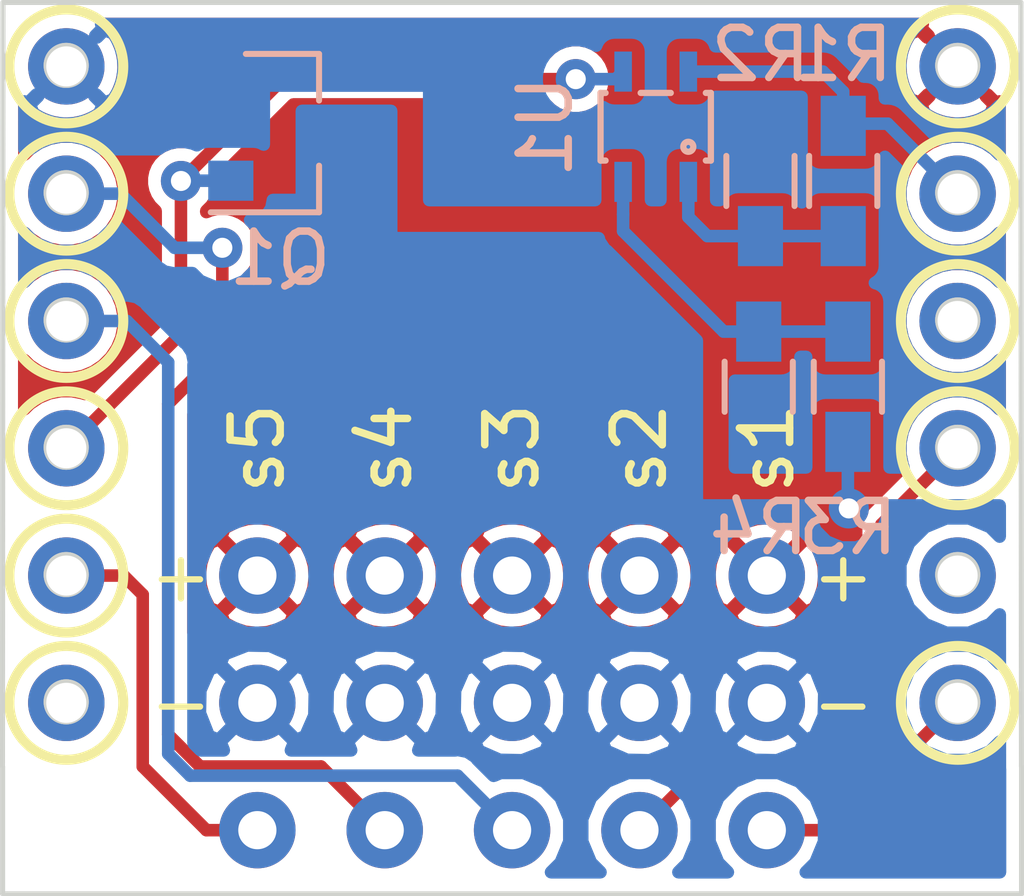
<source format=kicad_pcb>
(kicad_pcb (version 20171130) (host pcbnew "(5.0-dev-4158-ga83669ab1)")

  (general
    (thickness 1.6)
    (drawings 18)
    (tracks 60)
    (zones 0)
    (modules 12)
    (nets 16)
  )

  (page A4)
  (layers
    (0 F.Cu signal)
    (31 B.Cu signal)
    (32 B.Adhes user hide)
    (33 F.Adhes user)
    (34 B.Paste user hide)
    (35 F.Paste user)
    (36 B.SilkS user hide)
    (37 F.SilkS user)
    (38 B.Mask user hide)
    (39 F.Mask user)
    (40 Dwgs.User user)
    (41 Cmts.User user)
    (42 Eco1.User user)
    (43 Eco2.User user)
    (44 Edge.Cuts user)
    (45 Margin user)
    (46 B.CrtYd user hide)
    (47 F.CrtYd user)
    (48 B.Fab user hide)
    (49 F.Fab user hide)
  )

  (setup
    (last_trace_width 0.25)
    (trace_clearance 0.2)
    (zone_clearance 0.254)
    (zone_45_only yes)
    (trace_min 0.2)
    (segment_width 0.2)
    (edge_width 0.1)
    (via_size 0.8)
    (via_drill 0.4)
    (via_min_size 0.4)
    (via_min_drill 0.3)
    (uvia_size 0.3)
    (uvia_drill 0.1)
    (uvias_allowed no)
    (uvia_min_size 0.2)
    (uvia_min_drill 0.1)
    (pcb_text_width 0.3)
    (pcb_text_size 1.5 1.5)
    (mod_edge_width 0.15)
    (mod_text_size 1 1)
    (mod_text_width 0.15)
    (pad_size 1.524 1.524)
    (pad_drill 0.762)
    (pad_to_mask_clearance 0.2)
    (aux_axis_origin 0 0)
    (grid_origin 136.962501 78.425001)
    (visible_elements 7FFFFFFF)
    (pcbplotparams
      (layerselection 0x010fc_ffffffff)
      (usegerberextensions false)
      (usegerberattributes false)
      (usegerberadvancedattributes false)
      (creategerberjobfile false)
      (excludeedgelayer true)
      (linewidth 0.100000)
      (plotframeref false)
      (viasonmask false)
      (mode 1)
      (useauxorigin false)
      (hpglpennumber 1)
      (hpglpenspeed 20)
      (hpglpendiameter 15)
      (psnegative false)
      (psa4output false)
      (plotreference true)
      (plotvalue true)
      (plotinvisibletext false)
      (padsonsilk false)
      (subtractmaskfromsilk false)
      (outputformat 1)
      (mirror false)
      (drillshape 1)
      (scaleselection 1)
      (outputdirectory ""))
  )

  (net 0 "")
  (net 1 GND)
  (net 2 VCC)
  (net 3 +3V3)
  (net 4 "Net-(J1-Pad2)")
  (net 5 "Net-(J1-Pad4)")
  (net 6 "Net-(R1-Pad2)")
  (net 7 GNDREF)
  (net 8 /V_max)
  (net 9 /V_robus_img)
  (net 10 /TIM2_CH1)
  (net 11 /TIM2_CH2)
  (net 12 /TIM2_CH3)
  (net 13 /TIM2_CH4)
  (net 14 /TIM3_CH3)
  (net 15 "Net-(J1-Pad12)")

  (net_class Default "Ceci est la Netclass par défaut."
    (clearance 0.2)
    (trace_width 0.25)
    (via_dia 0.8)
    (via_drill 0.4)
    (uvia_dia 0.3)
    (uvia_drill 0.1)
    (add_net +3V3)
    (add_net /TIM2_CH1)
    (add_net /TIM2_CH2)
    (add_net /TIM2_CH3)
    (add_net /TIM2_CH4)
    (add_net /TIM3_CH3)
    (add_net /V_max)
    (add_net /V_robus_img)
    (add_net GND)
    (add_net GNDREF)
    (add_net "Net-(J1-Pad12)")
    (add_net "Net-(J1-Pad2)")
    (add_net "Net-(J1-Pad4)")
    (add_net "Net-(R1-Pad2)")
    (add_net VCC)
  )

  (net_class power ""
    (clearance 0.8)
    (trace_width 1)
    (via_dia 2.4)
    (via_drill 1.6)
    (uvia_dia 1.2)
    (uvia_drill 0.4)
    (diff_pair_gap 1)
    (diff_pair_width 0.8)
  )

  (module Common_Footprint:l0_DC_Shield_Socket locked (layer F.Cu) (tedit 5AB8FA99) (tstamp 5AB91008)
    (at 145.850001 72.075001)
    (path /5AB8EE5F)
    (fp_text reference J1 (at 0 0.5) (layer F.SilkS) hide
      (effects (font (size 1 1) (thickness 0.15)))
    )
    (fp_text value l0_Shield_Socket (at 0 -0.5) (layer F.Fab)
      (effects (font (size 1 1) (thickness 0.15)))
    )
    (fp_circle (center -8.89 3.79) (end -8.49 3.79) (layer Edge.Cuts) (width 0.1))
    (fp_circle (center 8.89 6.33) (end 9.29 6.33) (layer Edge.Cuts) (width 0.1))
    (fp_circle (center -8.89 -1.29) (end -8.49 -1.29) (layer Edge.Cuts) (width 0.1))
    (fp_circle (center -8.89 -3.83) (end -8.49 -3.83) (layer Edge.Cuts) (width 0.1))
    (fp_circle (center 8.89 -3.83) (end 9.29 -3.83) (layer Edge.Cuts) (width 0.1))
    (fp_circle (center 8.89 1.25) (end 9.29 1.25) (layer Edge.Cuts) (width 0.1))
    (fp_circle (center 8.89 -6.37) (end 9.29 -6.37) (layer Edge.Cuts) (width 0.1))
    (fp_circle (center 8.89 -1.29) (end 9.29 -1.29) (layer Edge.Cuts) (width 0.1))
    (fp_circle (center -8.89 -3.83) (end -8.49 -3.83) (layer Edge.Cuts) (width 0.1))
    (fp_circle (center 8.89 1.25) (end 9.29 1.25) (layer Edge.Cuts) (width 0.1))
    (fp_circle (center -8.89 3.79) (end -8.49 3.79) (layer Edge.Cuts) (width 0.1))
    (fp_circle (center 8.89 -3.83) (end 9.29 -3.83) (layer Edge.Cuts) (width 0.1))
    (fp_circle (center 8.89 6.33) (end 9.29 6.33) (layer Edge.Cuts) (width 0.1))
    (fp_line (start 10.15 -7.625) (end 10.16 7.62) (layer Edge.Cuts) (width 0.1))
    (fp_circle (center -8.89 1.25) (end -8.49 1.25) (layer Edge.Cuts) (width 0.1))
    (fp_circle (center -8.89 6.33) (end -8.49 6.33) (layer Edge.Cuts) (width 0.1))
    (fp_circle (center 8.89 -6.37) (end 9.29 -6.37) (layer Edge.Cuts) (width 0.1))
    (fp_circle (center -8.89 -6.37) (end -8.49 -6.37) (layer Edge.Cuts) (width 0.1))
    (fp_circle (center 8.89 3.79) (end 9.29 3.79) (layer Edge.Cuts) (width 0.1))
    (fp_circle (center 8.89 -1.29) (end 9.29 -1.29) (layer Edge.Cuts) (width 0.1))
    (fp_circle (center -8.89 6.33) (end -8.49 6.33) (layer Edge.Cuts) (width 0.1))
    (fp_line (start -10.15 -7.625) (end 10.15 -7.625) (layer Edge.Cuts) (width 0.1))
    (fp_line (start -10.15 -7.625) (end -10.16 7.62) (layer Edge.Cuts) (width 0.1))
    (fp_circle (center -8.89 -1.29) (end -8.49 -1.29) (layer Edge.Cuts) (width 0.1))
    (fp_circle (center 8.89 3.79) (end 9.29 3.79) (layer Edge.Cuts) (width 0.1))
    (fp_circle (center -8.89 -6.37) (end -8.49 -6.37) (layer Edge.Cuts) (width 0.1))
    (fp_circle (center -8.89 1.25) (end -8.49 1.25) (layer Edge.Cuts) (width 0.1))
    (pad 8 thru_hole circle (at -8.8875 -3.81 90) (size 1.524 1.524) (drill 0.8) (layers *.Cu *.Mask)
      (net 13 /TIM2_CH4))
    (pad 12 thru_hole circle (at -8.8875 6.35 90) (size 1.524 1.524) (drill 0.8) (layers *.Cu *.Mask)
      (net 15 "Net-(J1-Pad12)"))
    (pad 10 thru_hole circle (at -8.8875 1.27 90) (size 1.524 1.524) (drill 0.8) (layers *.Cu *.Mask)
      (net 8 /V_max))
    (pad 3 thru_hole circle (at 8.8875 1.27 90) (size 1.524 1.524) (drill 0.8) (layers *.Cu *.Mask)
      (net 11 /TIM2_CH2))
    (pad 9 thru_hole circle (at -8.8875 -1.27 90) (size 1.524 1.524) (drill 0.8) (layers *.Cu *.Mask)
      (net 12 /TIM2_CH3))
    (pad 11 thru_hole circle (at -8.8875 3.81 90) (size 1.524 1.524) (drill 0.8) (layers *.Cu *.Mask)
      (net 14 /TIM3_CH3))
    (pad 7 thru_hole circle (at -8.8875 -6.35 90) (size 1.524 1.524) (drill 0.8) (layers *.Cu *.Mask)
      (net 1 GND))
    (pad 1 thru_hole circle (at 8.8875 6.35 90) (size 1.524 1.524) (drill 0.8) (layers *.Cu *.Mask)
      (net 10 /TIM2_CH1))
    (pad 4 thru_hole circle (at 8.8875 -1.27 90) (size 1.524 1.524) (drill 0.8) (layers *.Cu *.Mask)
      (net 5 "Net-(J1-Pad4)"))
    (pad 2 thru_hole circle (at 8.8875 3.81 90) (size 1.524 1.524) (drill 0.8) (layers *.Cu *.Mask)
      (net 4 "Net-(J1-Pad2)"))
    (pad 6 thru_hole circle (at 8.8875 -6.35 90) (size 1.524 1.524) (drill 0.8) (layers *.Cu *.Mask)
      (net 2 VCC))
    (pad 5 thru_hole circle (at 8.8875 -3.81 90) (size 1.524 1.524) (drill 0.8) (layers *.Cu *.Mask)
      (net 3 +3V3))
    (model ${KIPRJMOD}/../00_Common_Libraries/Common_Mecanic/SSW-106-01-G-S.stp
      (offset (xyz -8.85 0 -1.5))
      (scale (xyz 1 1 1))
      (rotate (xyz 90 0 90))
    )
    (model ${KIPRJMOD}/../00_Common_Libraries/Common_Mecanic/SSW-106-01-G-S.stp
      (offset (xyz 8.85 0 -1.5))
      (scale (xyz 1 1 1))
      (rotate (xyz 90 0 90))
    )
  )

  (module Common_Footprint:SC-70-5 (layer B.Cu) (tedit 5A9FDC37) (tstamp 5AB8FE5C)
    (at 148.717 66.929 90)
    (path /5AB8F1A2)
    (fp_text reference U1 (at 0 -2.2 90) (layer B.SilkS)
      (effects (font (size 1 1) (thickness 0.15)) (justify mirror))
    )
    (fp_text value LMV301 (at 0.2 1.9 90) (layer B.Fab)
      (effects (font (size 1 1) (thickness 0.15)) (justify mirror))
    )
    (fp_line (start -0.675 0.675) (end -0.3 1.1) (layer B.CrtYd) (width 0.125))
    (fp_line (start -0.675 0.675) (end -0.675 -1.1) (layer B.CrtYd) (width 0.125))
    (fp_line (start 0.675 1.1) (end -0.3 1.1) (layer B.CrtYd) (width 0.125))
    (fp_line (start 0.675 -1.1) (end 0.675 1.1) (layer B.CrtYd) (width 0.125))
    (fp_line (start -0.675 -1.1) (end 0.675 -1.1) (layer B.CrtYd) (width 0.125))
    (fp_line (start 0.675 0.3) (end 0.675 -0.3) (layer B.SilkS) (width 0.125))
    (fp_line (start 0.675 1.1) (end 0.675 1) (layer B.SilkS) (width 0.125))
    (fp_line (start -0.675 1) (end -0.675 1.1) (layer B.SilkS) (width 0.125))
    (fp_circle (center -0.4 0.65) (end -0.3 0.65) (layer B.SilkS) (width 0.125))
    (fp_line (start 0.675 -1.1) (end -0.675 -1.1) (layer B.SilkS) (width 0.125))
    (fp_line (start -0.675 -1.1) (end -0.675 -1) (layer B.SilkS) (width 0.125))
    (fp_line (start 0.675 -1) (end 0.675 -1.1) (layer B.SilkS) (width 0.125))
    (fp_line (start -0.675 1.1) (end 0.675 1.1) (layer B.SilkS) (width 0.125))
    (pad 5 smd rect (at 1.1 0.65 90) (size 0.8 0.35) (layers B.Cu B.Paste B.Mask)
      (net 3 +3V3))
    (pad 4 smd rect (at 1.1 -0.65 90) (size 0.8 0.35) (layers B.Cu B.Paste B.Mask)
      (net 8 /V_max))
    (pad 3 smd rect (at -1.1 -0.65 90) (size 0.8 0.35) (layers B.Cu B.Paste B.Mask)
      (net 9 /V_robus_img))
    (pad 2 smd rect (at -1.1 0 90) (size 0.8 0.35) (layers B.Cu B.Paste B.Mask)
      (net 1 GND))
    (pad 1 smd rect (at -1.1 0.65 90) (size 0.8 0.35) (layers B.Cu B.Paste B.Mask)
      (net 6 "Net-(R1-Pad2)"))
    (model ${KIPRJMOD}/../00_Common_Libraries/Common_Mecanic/SC-70-5.step
      (at (xyz 0 0 0))
      (scale (xyz 1 1 1))
      (rotate (xyz 0 0 -90))
    )
  )

  (module Common_Footprint:servo_header (layer F.Cu) (tedit 5A86C1D4) (tstamp 5AB8FE2E)
    (at 140.772501 78.425001 90)
    (path /5AB9322C)
    (fp_text reference s5 (at 5.08 0 90) (layer F.SilkS)
      (effects (font (size 1 1) (thickness 0.15)))
    )
    (fp_text value Conn_01x03 (at 0 -5.08 90) (layer F.Fab)
      (effects (font (size 1 1) (thickness 0.15)))
    )
    (pad 3 thru_hole circle (at 2.54 0 90) (size 1.524 1.524) (drill 0.762) (layers *.Cu *.Mask)
      (net 2 VCC))
    (pad 2 thru_hole circle (at 0 0 90) (size 1.524 1.524) (drill 0.762) (layers *.Cu *.Mask)
      (net 7 GNDREF))
    (pad 1 thru_hole circle (at -2.54 0 90) (size 1.524 1.524) (drill 0.762) (layers *.Cu *.Mask)
      (net 14 /TIM3_CH3))
  )

  (module Common_Footprint:servo_header (layer F.Cu) (tedit 5A86C1D4) (tstamp 5AB8FE27)
    (at 143.312501 78.425001 90)
    (path /5A86DDF1)
    (fp_text reference s4 (at 5.08 0 90) (layer F.SilkS)
      (effects (font (size 1 1) (thickness 0.15)))
    )
    (fp_text value Conn_01x03 (at 0 -5.08 90) (layer F.Fab)
      (effects (font (size 1 1) (thickness 0.15)))
    )
    (pad 3 thru_hole circle (at 2.54 0 90) (size 1.524 1.524) (drill 0.762) (layers *.Cu *.Mask)
      (net 2 VCC))
    (pad 2 thru_hole circle (at 0 0 90) (size 1.524 1.524) (drill 0.762) (layers *.Cu *.Mask)
      (net 7 GNDREF))
    (pad 1 thru_hole circle (at -2.54 0 90) (size 1.524 1.524) (drill 0.762) (layers *.Cu *.Mask)
      (net 13 /TIM2_CH4))
  )

  (module Common_Footprint:servo_header (layer F.Cu) (tedit 5A86C1D4) (tstamp 5AB8FE20)
    (at 145.852501 78.425001 90)
    (path /5A86DAE8)
    (fp_text reference s3 (at 5.08 0 90) (layer F.SilkS)
      (effects (font (size 1 1) (thickness 0.15)))
    )
    (fp_text value Conn_01x03 (at 0 -5.08 90) (layer F.Fab)
      (effects (font (size 1 1) (thickness 0.15)))
    )
    (pad 3 thru_hole circle (at 2.54 0 90) (size 1.524 1.524) (drill 0.762) (layers *.Cu *.Mask)
      (net 2 VCC))
    (pad 2 thru_hole circle (at 0 0 90) (size 1.524 1.524) (drill 0.762) (layers *.Cu *.Mask)
      (net 7 GNDREF))
    (pad 1 thru_hole circle (at -2.54 0 90) (size 1.524 1.524) (drill 0.762) (layers *.Cu *.Mask)
      (net 12 /TIM2_CH3))
  )

  (module Common_Footprint:servo_header (layer F.Cu) (tedit 5A86C1D4) (tstamp 5AB8FE19)
    (at 148.392501 78.425001 90)
    (path /5A86D866)
    (fp_text reference s2 (at 5.08 0 90) (layer F.SilkS)
      (effects (font (size 1 1) (thickness 0.15)))
    )
    (fp_text value Conn_01x03 (at 0 -5.08 90) (layer F.Fab)
      (effects (font (size 1 1) (thickness 0.15)))
    )
    (pad 3 thru_hole circle (at 2.54 0 90) (size 1.524 1.524) (drill 0.762) (layers *.Cu *.Mask)
      (net 2 VCC))
    (pad 2 thru_hole circle (at 0 0 90) (size 1.524 1.524) (drill 0.762) (layers *.Cu *.Mask)
      (net 7 GNDREF))
    (pad 1 thru_hole circle (at -2.54 0 90) (size 1.524 1.524) (drill 0.762) (layers *.Cu *.Mask)
      (net 11 /TIM2_CH2))
  )

  (module Common_Footprint:servo_header (layer F.Cu) (tedit 5A86C1D4) (tstamp 5AB8FF38)
    (at 150.932501 78.425001 90)
    (path /5A86CF77)
    (fp_text reference s1 (at 5.08 0 90) (layer F.SilkS)
      (effects (font (size 1 1) (thickness 0.15)))
    )
    (fp_text value Conn_01x03 (at 0 -5.08 90) (layer F.Fab)
      (effects (font (size 1 1) (thickness 0.15)))
    )
    (pad 3 thru_hole circle (at 2.54 0 90) (size 1.524 1.524) (drill 0.762) (layers *.Cu *.Mask)
      (net 2 VCC))
    (pad 2 thru_hole circle (at 0 0 90) (size 1.524 1.524) (drill 0.762) (layers *.Cu *.Mask)
      (net 7 GNDREF))
    (pad 1 thru_hole circle (at -2.54 0 90) (size 1.524 1.524) (drill 0.762) (layers *.Cu *.Mask)
      (net 10 /TIM2_CH1))
  )

  (module Resistors_SMD:R_0603_HandSoldering (layer B.Cu) (tedit 58E0A804) (tstamp 5A872EAE)
    (at 150.771325 72.116763 270)
    (descr "Resistor SMD 0603, hand soldering")
    (tags "resistor 0603")
    (path /5A869CDC)
    (attr smd)
    (fp_text reference R4 (at 2.813237 0) (layer B.SilkS)
      (effects (font (size 1 1) (thickness 0.15)) (justify mirror))
    )
    (fp_text value 10k (at 0 -1.55 270) (layer B.Fab)
      (effects (font (size 1 1) (thickness 0.15)) (justify mirror))
    )
    (fp_text user %R (at 0 0 270) (layer B.Fab)
      (effects (font (size 0.4 0.4) (thickness 0.075)) (justify mirror))
    )
    (fp_line (start -0.8 -0.4) (end -0.8 0.4) (layer B.Fab) (width 0.1))
    (fp_line (start 0.8 -0.4) (end -0.8 -0.4) (layer B.Fab) (width 0.1))
    (fp_line (start 0.8 0.4) (end 0.8 -0.4) (layer B.Fab) (width 0.1))
    (fp_line (start -0.8 0.4) (end 0.8 0.4) (layer B.Fab) (width 0.1))
    (fp_line (start 0.5 -0.68) (end -0.5 -0.68) (layer B.SilkS) (width 0.12))
    (fp_line (start -0.5 0.68) (end 0.5 0.68) (layer B.SilkS) (width 0.12))
    (fp_line (start -1.96 0.7) (end 1.95 0.7) (layer B.CrtYd) (width 0.05))
    (fp_line (start -1.96 0.7) (end -1.96 -0.7) (layer B.CrtYd) (width 0.05))
    (fp_line (start 1.95 -0.7) (end 1.95 0.7) (layer B.CrtYd) (width 0.05))
    (fp_line (start 1.95 -0.7) (end -1.96 -0.7) (layer B.CrtYd) (width 0.05))
    (pad 1 smd rect (at -1.1 0 270) (size 1.2 0.9) (layers B.Cu B.Paste B.Mask)
      (net 9 /V_robus_img))
    (pad 2 smd rect (at 1.1 0 270) (size 1.2 0.9) (layers B.Cu B.Paste B.Mask)
      (net 1 GND))
    (model ${KISYS3DMOD}/Resistors_SMD.3dshapes/R_0603.wrl
      (at (xyz 0 0 0))
      (scale (xyz 1 1 1))
      (rotate (xyz 0 0 0))
    )
  )

  (module Resistors_SMD:R_0603_HandSoldering (layer B.Cu) (tedit 58E0A804) (tstamp 5A872E9D)
    (at 152.549325 72.116763 90)
    (descr "Resistor SMD 0603, hand soldering")
    (tags "resistor 0603")
    (path /5A869CAF)
    (attr smd)
    (fp_text reference R3 (at -2.813237 0 180) (layer B.SilkS)
      (effects (font (size 1 1) (thickness 0.15)) (justify mirror))
    )
    (fp_text value 75k (at 0 -1.55 90) (layer B.Fab)
      (effects (font (size 1 1) (thickness 0.15)) (justify mirror))
    )
    (fp_text user %R (at 0 0 90) (layer B.Fab)
      (effects (font (size 0.4 0.4) (thickness 0.075)) (justify mirror))
    )
    (fp_line (start -0.8 -0.4) (end -0.8 0.4) (layer B.Fab) (width 0.1))
    (fp_line (start 0.8 -0.4) (end -0.8 -0.4) (layer B.Fab) (width 0.1))
    (fp_line (start 0.8 0.4) (end 0.8 -0.4) (layer B.Fab) (width 0.1))
    (fp_line (start -0.8 0.4) (end 0.8 0.4) (layer B.Fab) (width 0.1))
    (fp_line (start 0.5 -0.68) (end -0.5 -0.68) (layer B.SilkS) (width 0.12))
    (fp_line (start -0.5 0.68) (end 0.5 0.68) (layer B.SilkS) (width 0.12))
    (fp_line (start -1.96 0.7) (end 1.95 0.7) (layer B.CrtYd) (width 0.05))
    (fp_line (start -1.96 0.7) (end -1.96 -0.7) (layer B.CrtYd) (width 0.05))
    (fp_line (start 1.95 -0.7) (end 1.95 0.7) (layer B.CrtYd) (width 0.05))
    (fp_line (start 1.95 -0.7) (end -1.96 -0.7) (layer B.CrtYd) (width 0.05))
    (pad 1 smd rect (at -1.1 0 90) (size 1.2 0.9) (layers B.Cu B.Paste B.Mask)
      (net 2 VCC))
    (pad 2 smd rect (at 1.1 0 90) (size 1.2 0.9) (layers B.Cu B.Paste B.Mask)
      (net 9 /V_robus_img))
    (model ${KISYS3DMOD}/Resistors_SMD.3dshapes/R_0603.wrl
      (at (xyz 0 0 0))
      (scale (xyz 1 1 1))
      (rotate (xyz 0 0 0))
    )
  )

  (module Resistors_SMD:R_0603_HandSoldering (layer B.Cu) (tedit 58E0A804) (tstamp 5A872E8C)
    (at 150.805501 68.011001 90)
    (descr "Resistor SMD 0603, hand soldering")
    (tags "resistor 0603")
    (path /5A869C8B)
    (attr smd)
    (fp_text reference R2 (at 2.520763 0 180) (layer B.SilkS)
      (effects (font (size 1 1) (thickness 0.15)) (justify mirror))
    )
    (fp_text value 10k (at 0 -1.55 90) (layer B.Fab)
      (effects (font (size 1 1) (thickness 0.15)) (justify mirror))
    )
    (fp_text user %R (at 0 0 90) (layer B.Fab)
      (effects (font (size 0.4 0.4) (thickness 0.075)) (justify mirror))
    )
    (fp_line (start -0.8 -0.4) (end -0.8 0.4) (layer B.Fab) (width 0.1))
    (fp_line (start 0.8 -0.4) (end -0.8 -0.4) (layer B.Fab) (width 0.1))
    (fp_line (start 0.8 0.4) (end 0.8 -0.4) (layer B.Fab) (width 0.1))
    (fp_line (start -0.8 0.4) (end 0.8 0.4) (layer B.Fab) (width 0.1))
    (fp_line (start 0.5 -0.68) (end -0.5 -0.68) (layer B.SilkS) (width 0.12))
    (fp_line (start -0.5 0.68) (end 0.5 0.68) (layer B.SilkS) (width 0.12))
    (fp_line (start -1.96 0.7) (end 1.95 0.7) (layer B.CrtYd) (width 0.05))
    (fp_line (start -1.96 0.7) (end -1.96 -0.7) (layer B.CrtYd) (width 0.05))
    (fp_line (start 1.95 -0.7) (end 1.95 0.7) (layer B.CrtYd) (width 0.05))
    (fp_line (start 1.95 -0.7) (end -1.96 -0.7) (layer B.CrtYd) (width 0.05))
    (pad 1 smd rect (at -1.1 0 90) (size 1.2 0.9) (layers B.Cu B.Paste B.Mask)
      (net 6 "Net-(R1-Pad2)"))
    (pad 2 smd rect (at 1.1 0 90) (size 1.2 0.9) (layers B.Cu B.Paste B.Mask)
      (net 1 GND))
    (model ${KISYS3DMOD}/Resistors_SMD.3dshapes/R_0603.wrl
      (at (xyz 0 0 0))
      (scale (xyz 1 1 1))
      (rotate (xyz 0 0 0))
    )
  )

  (module Resistors_SMD:R_0603_HandSoldering (layer B.Cu) (tedit 58E0A804) (tstamp 5A872E7B)
    (at 152.456501 68.011001 270)
    (descr "Resistor SMD 0603, hand soldering")
    (tags "resistor 0603")
    (path /5A869C53)
    (attr smd)
    (fp_text reference R1 (at -2.520763 0 180) (layer B.SilkS)
      (effects (font (size 1 1) (thickness 0.15)) (justify mirror))
    )
    (fp_text value 33k (at 0 -1.55 270) (layer B.Fab)
      (effects (font (size 1 1) (thickness 0.15)) (justify mirror))
    )
    (fp_text user %R (at 0 0 270) (layer B.Fab)
      (effects (font (size 0.4 0.4) (thickness 0.075)) (justify mirror))
    )
    (fp_line (start -0.8 -0.4) (end -0.8 0.4) (layer B.Fab) (width 0.1))
    (fp_line (start 0.8 -0.4) (end -0.8 -0.4) (layer B.Fab) (width 0.1))
    (fp_line (start 0.8 0.4) (end 0.8 -0.4) (layer B.Fab) (width 0.1))
    (fp_line (start -0.8 0.4) (end 0.8 0.4) (layer B.Fab) (width 0.1))
    (fp_line (start 0.5 -0.68) (end -0.5 -0.68) (layer B.SilkS) (width 0.12))
    (fp_line (start -0.5 0.68) (end 0.5 0.68) (layer B.SilkS) (width 0.12))
    (fp_line (start -1.96 0.7) (end 1.95 0.7) (layer B.CrtYd) (width 0.05))
    (fp_line (start -1.96 0.7) (end -1.96 -0.7) (layer B.CrtYd) (width 0.05))
    (fp_line (start 1.95 -0.7) (end 1.95 0.7) (layer B.CrtYd) (width 0.05))
    (fp_line (start 1.95 -0.7) (end -1.96 -0.7) (layer B.CrtYd) (width 0.05))
    (pad 1 smd rect (at -1.1 0 270) (size 1.2 0.9) (layers B.Cu B.Paste B.Mask)
      (net 3 +3V3))
    (pad 2 smd rect (at 1.1 0 270) (size 1.2 0.9) (layers B.Cu B.Paste B.Mask)
      (net 6 "Net-(R1-Pad2)"))
    (model ${KISYS3DMOD}/Resistors_SMD.3dshapes/R_0603.wrl
      (at (xyz 0 0 0))
      (scale (xyz 1 1 1))
      (rotate (xyz 0 0 0))
    )
  )

  (module TO_SOT_Packages_SMD:SOT-23 (layer B.Cu) (tedit 58CE4E7E) (tstamp 5A872E6A)
    (at 141.243237 67.056)
    (descr "SOT-23, Standard")
    (tags SOT-23)
    (path /5A86BF2D)
    (attr smd)
    (fp_text reference Q1 (at -0.019237 2.5) (layer B.SilkS)
      (effects (font (size 1 1) (thickness 0.15)) (justify mirror))
    )
    (fp_text value Q_NMOS_GSD (at 0 -2.5) (layer B.Fab)
      (effects (font (size 1 1) (thickness 0.15)) (justify mirror))
    )
    (fp_text user %R (at 0 0 -90) (layer B.Fab)
      (effects (font (size 0.5 0.5) (thickness 0.075)) (justify mirror))
    )
    (fp_line (start -0.7 0.95) (end -0.7 -1.5) (layer B.Fab) (width 0.1))
    (fp_line (start -0.15 1.52) (end 0.7 1.52) (layer B.Fab) (width 0.1))
    (fp_line (start -0.7 0.95) (end -0.15 1.52) (layer B.Fab) (width 0.1))
    (fp_line (start 0.7 1.52) (end 0.7 -1.52) (layer B.Fab) (width 0.1))
    (fp_line (start -0.7 -1.52) (end 0.7 -1.52) (layer B.Fab) (width 0.1))
    (fp_line (start 0.76 -1.58) (end 0.76 -0.65) (layer B.SilkS) (width 0.12))
    (fp_line (start 0.76 1.58) (end 0.76 0.65) (layer B.SilkS) (width 0.12))
    (fp_line (start -1.7 1.75) (end 1.7 1.75) (layer B.CrtYd) (width 0.05))
    (fp_line (start 1.7 1.75) (end 1.7 -1.75) (layer B.CrtYd) (width 0.05))
    (fp_line (start 1.7 -1.75) (end -1.7 -1.75) (layer B.CrtYd) (width 0.05))
    (fp_line (start -1.7 -1.75) (end -1.7 1.75) (layer B.CrtYd) (width 0.05))
    (fp_line (start 0.76 1.58) (end -1.4 1.58) (layer B.SilkS) (width 0.12))
    (fp_line (start 0.76 -1.58) (end -0.7 -1.58) (layer B.SilkS) (width 0.12))
    (pad 1 smd rect (at -1 0.95) (size 0.9 0.8) (layers B.Cu B.Paste B.Mask)
      (net 8 /V_max))
    (pad 2 smd rect (at -1 -0.95) (size 0.9 0.8) (layers B.Cu B.Paste B.Mask)
      (net 1 GND))
    (pad 3 smd rect (at 1 0) (size 0.9 0.8) (layers B.Cu B.Paste B.Mask)
      (net 7 GNDREF))
    (model ${KISYS3DMOD}/TO_SOT_Packages_SMD.3dshapes/SOT-23.wrl
      (at (xyz 0 0 0))
      (scale (xyz 1 1 1))
      (rotate (xyz 0 0 0))
    )
  )

  (gr_text - (at 152.456501 78.425001) (layer F.SilkS) (tstamp 5AB916B9)
    (effects (font (size 1 1) (thickness 0.125)))
  )
  (gr_text - (at 139.248501 78.425001) (layer F.SilkS) (tstamp 5AB91633)
    (effects (font (size 1 1) (thickness 0.125)))
  )
  (gr_circle (center 154.742501 73.345001) (end 155.758501 73.853001) (layer F.SilkS) (width 0.2) (tstamp 5AB91603))
  (gr_circle (center 136.962501 75.885001) (end 137.978501 76.393001) (layer F.SilkS) (width 0.2) (tstamp 5AB91603))
  (gr_circle (center 136.962501 73.345001) (end 137.978501 73.853001) (layer F.SilkS) (width 0.2) (tstamp 5AB91603))
  (gr_text + (at 152.456501 75.885001) (layer F.SilkS) (tstamp 5AB915A9)
    (effects (font (size 1 1) (thickness 0.125)))
  )
  (gr_text + (at 139.248501 75.885001) (layer F.SilkS)
    (effects (font (size 1 1) (thickness 0.125)))
  )
  (gr_line (start 156.012501 82.235001) (end 156.012501 79.695001) (layer Edge.Cuts) (width 0.1))
  (gr_line (start 135.692501 82.235001) (end 156.012501 82.235001) (layer Edge.Cuts) (width 0.1))
  (gr_line (start 135.692501 79.695001) (end 135.692501 82.235001) (layer Edge.Cuts) (width 0.1))
  (gr_circle (center 154.742501 65.725001) (end 153.726501 66.233001) (layer F.SilkS) (width 0.2))
  (gr_circle (center 154.742501 68.265001) (end 153.726501 68.773001) (layer F.SilkS) (width 0.2))
  (gr_circle (center 154.742501 70.805001) (end 153.726501 71.313001) (layer F.SilkS) (width 0.2))
  (gr_circle (center 154.742501 78.425001) (end 153.726501 78.933001) (layer F.SilkS) (width 0.2))
  (gr_circle (center 136.962501 78.425001) (end 137.978501 78.933001) (layer F.SilkS) (width 0.2))
  (gr_circle (center 136.962501 70.805001) (end 137.978501 71.313001) (layer F.SilkS) (width 0.2))
  (gr_circle (center 136.962501 68.265001) (end 137.978501 68.773001) (layer F.SilkS) (width 0.2))
  (gr_circle (center 136.962501 65.725001) (end 137.978501 66.233001) (layer F.SilkS) (width 0.2))

  (segment (start 136.962501 65.725001) (end 137.7245 66.487) (width 0.25) (layer B.Cu) (net 1))
  (segment (start 137.7245 66.487) (end 137.7245 66.5505) (width 0.25) (layer B.Cu) (net 1))
  (segment (start 154.737501 65.725001) (end 153.975502 64.963002) (width 0.25) (layer F.Cu) (net 2))
  (segment (start 153.975502 64.963002) (end 153.4725 64.963002) (width 0.25) (layer F.Cu) (net 2))
  (via (at 152.567489 74.544903) (size 0.8) (drill 0.4) (layers F.Cu B.Cu) (net 2))
  (segment (start 152.549325 74.526739) (end 152.567489 74.544903) (width 0.25) (layer B.Cu) (net 2))
  (segment (start 152.549325 73.216763) (end 152.549325 74.526739) (width 0.25) (layer B.Cu) (net 2))
  (segment (start 153.340501 66.868001) (end 152.456501 66.868001) (width 0.25) (layer B.Cu) (net 3))
  (segment (start 154.737501 68.265001) (end 153.340501 66.868001) (width 0.25) (layer B.Cu) (net 3))
  (segment (start 152.456501 66.868001) (end 152.456501 66.233001) (width 0.25) (layer B.Cu) (net 3))
  (segment (start 152.456501 66.233001) (end 152.0525 65.829) (width 0.25) (layer B.Cu) (net 3))
  (segment (start 152.0525 65.829) (end 149.367 65.829) (width 0.25) (layer B.Cu) (net 3))
  (segment (start 149.367 68.7315) (end 149.746501 69.111001) (width 0.25) (layer B.Cu) (net 6))
  (segment (start 149.367 68.029) (end 149.367 68.7315) (width 0.25) (layer B.Cu) (net 6))
  (segment (start 149.746501 69.111001) (end 150.805501 69.111001) (width 0.25) (layer B.Cu) (net 6))
  (segment (start 152.456501 69.111001) (end 150.805501 69.111001) (width 0.25) (layer B.Cu) (net 6))
  (segment (start 136.962501 73.345001) (end 139.248501 71.059001) (width 0.25) (layer F.Cu) (net 8))
  (segment (start 139.248501 71.059001) (end 139.248501 68.011001) (width 0.25) (layer F.Cu) (net 8))
  (segment (start 147.122501 65.979001) (end 147.916999 65.979001) (width 0.25) (layer B.Cu) (net 8))
  (segment (start 147.916999 65.979001) (end 148.067 65.829) (width 0.25) (layer B.Cu) (net 8))
  (segment (start 141.280501 65.979001) (end 147.122501 65.979001) (width 0.25) (layer F.Cu) (net 8))
  (segment (start 139.248501 68.011001) (end 141.280501 65.979001) (width 0.25) (layer F.Cu) (net 8))
  (via (at 147.122501 65.979001) (size 0.8) (drill 0.4) (layers F.Cu B.Cu) (net 8))
  (segment (start 139.253502 68.006) (end 139.248501 68.011001) (width 0.25) (layer B.Cu) (net 8))
  (segment (start 140.243237 68.006) (end 139.253502 68.006) (width 0.25) (layer B.Cu) (net 8))
  (via (at 139.248501 68.011001) (size 0.8) (drill 0.4) (layers F.Cu B.Cu) (net 8))
  (segment (start 150.771325 71.016763) (end 150.071325 71.016763) (width 0.25) (layer B.Cu) (net 9))
  (segment (start 150.071325 71.016763) (end 148.067 69.012438) (width 0.25) (layer B.Cu) (net 9))
  (segment (start 148.067 69.012438) (end 148.067 68.679) (width 0.25) (layer B.Cu) (net 9))
  (segment (start 148.067 68.679) (end 148.067 68.029) (width 0.25) (layer B.Cu) (net 9))
  (segment (start 150.771325 71.016763) (end 152.549325 71.016763) (width 0.25) (layer B.Cu) (net 9))
  (segment (start 150.932501 80.965001) (end 152.197501 80.965001) (width 0.25) (layer F.Cu) (net 10))
  (segment (start 152.197501 80.965001) (end 154.737501 78.425001) (width 0.25) (layer F.Cu) (net 10))
  (segment (start 151.694501 79.695001) (end 153.218501 78.171001) (width 0.25) (layer F.Cu) (net 11))
  (segment (start 149.662501 79.695001) (end 151.694501 79.695001) (width 0.25) (layer F.Cu) (net 11))
  (segment (start 148.392501 80.965001) (end 149.662501 79.695001) (width 0.25) (layer F.Cu) (net 11))
  (segment (start 153.218501 78.171001) (end 153.218501 74.864001) (width 0.25) (layer F.Cu) (net 11))
  (segment (start 153.218501 74.864001) (end 153.975502 74.107) (width 0.25) (layer F.Cu) (net 11))
  (segment (start 153.975502 74.107) (end 154.737501 73.345001) (width 0.25) (layer F.Cu) (net 11))
  (segment (start 144.7655 79.878) (end 139.4315 79.878) (width 0.25) (layer B.Cu) (net 12))
  (segment (start 145.852501 80.965001) (end 144.7655 79.878) (width 0.25) (layer B.Cu) (net 12))
  (segment (start 139.4315 79.878) (end 138.994501 79.441001) (width 0.25) (layer B.Cu) (net 12))
  (segment (start 138.994501 79.441001) (end 138.994501 71.630501) (width 0.25) (layer B.Cu) (net 12))
  (segment (start 138.994501 71.630501) (end 138.169001 70.805001) (width 0.25) (layer B.Cu) (net 12))
  (segment (start 138.169001 70.805001) (end 136.962501 70.805001) (width 0.25) (layer B.Cu) (net 12))
  (segment (start 139.121501 69.344501) (end 138.042001 68.265001) (width 0.25) (layer B.Cu) (net 13))
  (segment (start 140.074001 69.344501) (end 139.121501 69.344501) (width 0.25) (layer B.Cu) (net 13))
  (segment (start 138.042001 68.265001) (end 136.962501 68.265001) (width 0.25) (layer B.Cu) (net 13))
  (segment (start 142.042501 79.695001) (end 139.629501 79.695001) (width 0.25) (layer F.Cu) (net 13))
  (segment (start 143.312501 80.965001) (end 142.042501 79.695001) (width 0.25) (layer F.Cu) (net 13))
  (segment (start 139.629501 79.695001) (end 138.994501 79.060001) (width 0.25) (layer F.Cu) (net 13))
  (segment (start 138.994501 79.060001) (end 138.994501 72.456001) (width 0.25) (layer F.Cu) (net 13))
  (segment (start 138.994501 72.456001) (end 140.074001 71.376501) (width 0.25) (layer F.Cu) (net 13))
  (segment (start 140.074001 71.376501) (end 140.074001 69.344501) (width 0.25) (layer F.Cu) (net 13))
  (via (at 140.074001 69.344501) (size 0.8) (drill 0.4) (layers F.Cu B.Cu) (net 13))
  (segment (start 139.756501 80.965001) (end 138.486501 79.695001) (width 0.25) (layer F.Cu) (net 14))
  (segment (start 140.772501 80.965001) (end 139.756501 80.965001) (width 0.25) (layer F.Cu) (net 14))
  (segment (start 138.486501 79.695001) (end 138.486501 76.266001) (width 0.25) (layer F.Cu) (net 14))
  (segment (start 138.486501 76.266001) (end 138.105501 75.885001) (width 0.25) (layer F.Cu) (net 14))
  (segment (start 138.105501 75.885001) (end 136.962501 75.885001) (width 0.25) (layer F.Cu) (net 14))

  (zone (net 2) (net_name VCC) (layer F.Cu) (tstamp 0) (hatch edge 0.508)
    (connect_pads thru_hole_only (clearance 0.254))
    (min_thickness 0.254)
    (fill yes (arc_segments 32) (thermal_gap 0.254) (thermal_bridge_width 0.3))
    (polygon
      (pts
        (xy 135.692501 64.455001) (xy 156.012501 64.455001) (xy 156.012501 77.155001) (xy 135.692501 77.155001)
      )
    )
    (filled_polygon
      (pts
        (xy 154.009161 64.964134) (xy 154.160238 65.115211) (xy 154.127711 65.147738) (xy 153.976634 64.996661) (xy 153.794987 65.068655)
        (xy 153.68505 65.265141) (xy 153.615559 65.4793) (xy 153.589182 65.702901) (xy 153.606936 65.927352) (xy 153.668136 66.144026)
        (xy 153.770431 66.344598) (xy 153.794987 66.381347) (xy 153.976634 66.453341) (xy 154.147711 66.282264) (xy 154.180238 66.314791)
        (xy 154.009161 66.485868) (xy 154.081155 66.667515) (xy 154.277641 66.777452) (xy 154.4918 66.846943) (xy 154.715401 66.87332)
        (xy 154.939852 66.855566) (xy 155.156526 66.794366) (xy 155.357098 66.692071) (xy 155.393847 66.667515) (xy 155.465841 66.485868)
        (xy 155.297264 66.317291) (xy 155.329791 66.284764) (xy 155.498368 66.453341) (xy 155.570297 66.424833) (xy 155.57099 67.482044)
        (xy 155.466121 67.377175) (xy 155.278914 67.252088) (xy 155.070902 67.165926) (xy 154.850077 67.122001) (xy 154.624925 67.122001)
        (xy 154.4041 67.165926) (xy 154.196088 67.252088) (xy 154.008881 67.377175) (xy 153.849675 67.536381) (xy 153.724588 67.723588)
        (xy 153.638426 67.9316) (xy 153.594501 68.152425) (xy 153.594501 68.377577) (xy 153.638426 68.598402) (xy 153.724588 68.806414)
        (xy 153.849675 68.993621) (xy 154.008881 69.152827) (xy 154.196088 69.277914) (xy 154.4041 69.364076) (xy 154.624925 69.408001)
        (xy 154.850077 69.408001) (xy 155.070902 69.364076) (xy 155.278914 69.277914) (xy 155.466121 69.152827) (xy 155.572017 69.046931)
        (xy 155.572658 70.023712) (xy 155.466121 69.917175) (xy 155.278914 69.792088) (xy 155.070902 69.705926) (xy 154.850077 69.662001)
        (xy 154.624925 69.662001) (xy 154.4041 69.705926) (xy 154.196088 69.792088) (xy 154.008881 69.917175) (xy 153.849675 70.076381)
        (xy 153.724588 70.263588) (xy 153.638426 70.4716) (xy 153.594501 70.692425) (xy 153.594501 70.917577) (xy 153.638426 71.138402)
        (xy 153.724588 71.346414) (xy 153.849675 71.533621) (xy 154.008881 71.692827) (xy 154.196088 71.817914) (xy 154.4041 71.904076)
        (xy 154.624925 71.948001) (xy 154.850077 71.948001) (xy 155.070902 71.904076) (xy 155.278914 71.817914) (xy 155.466121 71.692827)
        (xy 155.573682 71.585266) (xy 155.574325 72.565379) (xy 155.466121 72.457175) (xy 155.278914 72.332088) (xy 155.070902 72.245926)
        (xy 154.850077 72.202001) (xy 154.624925 72.202001) (xy 154.4041 72.245926) (xy 154.196088 72.332088) (xy 154.008881 72.457175)
        (xy 153.849675 72.616381) (xy 153.724588 72.803588) (xy 153.638426 73.0116) (xy 153.594501 73.232425) (xy 153.594501 73.457577)
        (xy 153.638426 73.678402) (xy 153.653095 73.713816) (xy 153.635285 73.731626) (xy 153.63528 73.73163) (xy 152.878281 74.48863)
        (xy 152.858975 74.504474) (xy 152.795743 74.581522) (xy 152.77761 74.615447) (xy 152.748756 74.669427) (xy 152.719823 74.764809)
        (xy 152.710054 74.864001) (xy 152.712502 74.888857) (xy 152.712501 77.028001) (xy 150.977645 77.028001) (xy 151.134852 77.015566)
        (xy 151.351526 76.954366) (xy 151.552098 76.852071) (xy 151.588847 76.827515) (xy 151.660841 76.645868) (xy 150.932501 75.917528)
        (xy 150.204161 76.645868) (xy 150.276155 76.827515) (xy 150.472641 76.937452) (xy 150.6868 77.006943) (xy 150.865311 77.028001)
        (xy 148.437645 77.028001) (xy 148.594852 77.015566) (xy 148.811526 76.954366) (xy 149.012098 76.852071) (xy 149.048847 76.827515)
        (xy 149.120841 76.645868) (xy 148.392501 75.917528) (xy 147.664161 76.645868) (xy 147.736155 76.827515) (xy 147.932641 76.937452)
        (xy 148.1468 77.006943) (xy 148.325311 77.028001) (xy 145.897645 77.028001) (xy 146.054852 77.015566) (xy 146.271526 76.954366)
        (xy 146.472098 76.852071) (xy 146.508847 76.827515) (xy 146.580841 76.645868) (xy 145.852501 75.917528) (xy 145.124161 76.645868)
        (xy 145.196155 76.827515) (xy 145.392641 76.937452) (xy 145.6068 77.006943) (xy 145.785311 77.028001) (xy 143.357645 77.028001)
        (xy 143.514852 77.015566) (xy 143.731526 76.954366) (xy 143.932098 76.852071) (xy 143.968847 76.827515) (xy 144.040841 76.645868)
        (xy 143.312501 75.917528) (xy 142.584161 76.645868) (xy 142.656155 76.827515) (xy 142.852641 76.937452) (xy 143.0668 77.006943)
        (xy 143.245311 77.028001) (xy 140.817645 77.028001) (xy 140.974852 77.015566) (xy 141.191526 76.954366) (xy 141.392098 76.852071)
        (xy 141.428847 76.827515) (xy 141.500841 76.645868) (xy 140.772501 75.917528) (xy 140.044161 76.645868) (xy 140.116155 76.827515)
        (xy 140.312641 76.937452) (xy 140.5268 77.006943) (xy 140.705311 77.028001) (xy 139.500501 77.028001) (xy 139.500501 75.862901)
        (xy 139.624182 75.862901) (xy 139.641936 76.087352) (xy 139.703136 76.304026) (xy 139.805431 76.504598) (xy 139.829987 76.541347)
        (xy 140.011634 76.613341) (xy 140.739974 75.885001) (xy 140.805028 75.885001) (xy 141.533368 76.613341) (xy 141.715015 76.541347)
        (xy 141.824952 76.344861) (xy 141.894443 76.130702) (xy 141.92082 75.907101) (xy 141.917324 75.862901) (xy 142.164182 75.862901)
        (xy 142.181936 76.087352) (xy 142.243136 76.304026) (xy 142.345431 76.504598) (xy 142.369987 76.541347) (xy 142.551634 76.613341)
        (xy 143.279974 75.885001) (xy 143.345028 75.885001) (xy 144.073368 76.613341) (xy 144.255015 76.541347) (xy 144.364952 76.344861)
        (xy 144.434443 76.130702) (xy 144.46082 75.907101) (xy 144.457324 75.862901) (xy 144.704182 75.862901) (xy 144.721936 76.087352)
        (xy 144.783136 76.304026) (xy 144.885431 76.504598) (xy 144.909987 76.541347) (xy 145.091634 76.613341) (xy 145.819974 75.885001)
        (xy 145.885028 75.885001) (xy 146.613368 76.613341) (xy 146.795015 76.541347) (xy 146.904952 76.344861) (xy 146.974443 76.130702)
        (xy 147.00082 75.907101) (xy 146.997324 75.862901) (xy 147.244182 75.862901) (xy 147.261936 76.087352) (xy 147.323136 76.304026)
        (xy 147.425431 76.504598) (xy 147.449987 76.541347) (xy 147.631634 76.613341) (xy 148.359974 75.885001) (xy 148.425028 75.885001)
        (xy 149.153368 76.613341) (xy 149.335015 76.541347) (xy 149.444952 76.344861) (xy 149.514443 76.130702) (xy 149.54082 75.907101)
        (xy 149.537324 75.862901) (xy 149.784182 75.862901) (xy 149.801936 76.087352) (xy 149.863136 76.304026) (xy 149.965431 76.504598)
        (xy 149.989987 76.541347) (xy 150.171634 76.613341) (xy 150.899974 75.885001) (xy 150.965028 75.885001) (xy 151.693368 76.613341)
        (xy 151.875015 76.541347) (xy 151.984952 76.344861) (xy 152.054443 76.130702) (xy 152.08082 75.907101) (xy 152.063066 75.68265)
        (xy 152.001866 75.465976) (xy 151.899571 75.265404) (xy 151.875015 75.228655) (xy 151.693368 75.156661) (xy 150.965028 75.885001)
        (xy 150.899974 75.885001) (xy 150.171634 75.156661) (xy 149.989987 75.228655) (xy 149.88005 75.425141) (xy 149.810559 75.6393)
        (xy 149.784182 75.862901) (xy 149.537324 75.862901) (xy 149.523066 75.68265) (xy 149.461866 75.465976) (xy 149.359571 75.265404)
        (xy 149.335015 75.228655) (xy 149.153368 75.156661) (xy 148.425028 75.885001) (xy 148.359974 75.885001) (xy 147.631634 75.156661)
        (xy 147.449987 75.228655) (xy 147.34005 75.425141) (xy 147.270559 75.6393) (xy 147.244182 75.862901) (xy 146.997324 75.862901)
        (xy 146.983066 75.68265) (xy 146.921866 75.465976) (xy 146.819571 75.265404) (xy 146.795015 75.228655) (xy 146.613368 75.156661)
        (xy 145.885028 75.885001) (xy 145.819974 75.885001) (xy 145.091634 75.156661) (xy 144.909987 75.228655) (xy 144.80005 75.425141)
        (xy 144.730559 75.6393) (xy 144.704182 75.862901) (xy 144.457324 75.862901) (xy 144.443066 75.68265) (xy 144.381866 75.465976)
        (xy 144.279571 75.265404) (xy 144.255015 75.228655) (xy 144.073368 75.156661) (xy 143.345028 75.885001) (xy 143.279974 75.885001)
        (xy 142.551634 75.156661) (xy 142.369987 75.228655) (xy 142.26005 75.425141) (xy 142.190559 75.6393) (xy 142.164182 75.862901)
        (xy 141.917324 75.862901) (xy 141.903066 75.68265) (xy 141.841866 75.465976) (xy 141.739571 75.265404) (xy 141.715015 75.228655)
        (xy 141.533368 75.156661) (xy 140.805028 75.885001) (xy 140.739974 75.885001) (xy 140.011634 75.156661) (xy 139.829987 75.228655)
        (xy 139.72005 75.425141) (xy 139.650559 75.6393) (xy 139.624182 75.862901) (xy 139.500501 75.862901) (xy 139.500501 75.124134)
        (xy 140.044161 75.124134) (xy 140.772501 75.852474) (xy 141.500841 75.124134) (xy 142.584161 75.124134) (xy 143.312501 75.852474)
        (xy 144.040841 75.124134) (xy 145.124161 75.124134) (xy 145.852501 75.852474) (xy 146.580841 75.124134) (xy 147.664161 75.124134)
        (xy 148.392501 75.852474) (xy 149.120841 75.124134) (xy 150.204161 75.124134) (xy 150.932501 75.852474) (xy 151.660841 75.124134)
        (xy 151.588847 74.942487) (xy 151.392361 74.83255) (xy 151.178202 74.763059) (xy 150.954601 74.736682) (xy 150.73015 74.754436)
        (xy 150.513476 74.815636) (xy 150.312904 74.917931) (xy 150.276155 74.942487) (xy 150.204161 75.124134) (xy 149.120841 75.124134)
        (xy 149.048847 74.942487) (xy 148.852361 74.83255) (xy 148.638202 74.763059) (xy 148.414601 74.736682) (xy 148.19015 74.754436)
        (xy 147.973476 74.815636) (xy 147.772904 74.917931) (xy 147.736155 74.942487) (xy 147.664161 75.124134) (xy 146.580841 75.124134)
        (xy 146.508847 74.942487) (xy 146.312361 74.83255) (xy 146.098202 74.763059) (xy 145.874601 74.736682) (xy 145.65015 74.754436)
        (xy 145.433476 74.815636) (xy 145.232904 74.917931) (xy 145.196155 74.942487) (xy 145.124161 75.124134) (xy 144.040841 75.124134)
        (xy 143.968847 74.942487) (xy 143.772361 74.83255) (xy 143.558202 74.763059) (xy 143.334601 74.736682) (xy 143.11015 74.754436)
        (xy 142.893476 74.815636) (xy 142.692904 74.917931) (xy 142.656155 74.942487) (xy 142.584161 75.124134) (xy 141.500841 75.124134)
        (xy 141.428847 74.942487) (xy 141.232361 74.83255) (xy 141.018202 74.763059) (xy 140.794601 74.736682) (xy 140.57015 74.754436)
        (xy 140.353476 74.815636) (xy 140.152904 74.917931) (xy 140.116155 74.942487) (xy 140.044161 75.124134) (xy 139.500501 75.124134)
        (xy 139.500501 72.665592) (xy 140.414221 71.751873) (xy 140.433528 71.736028) (xy 140.49676 71.65898) (xy 140.543746 71.571076)
        (xy 140.572679 71.475694) (xy 140.580001 71.401355) (xy 140.580001 71.401354) (xy 140.582449 71.376501) (xy 140.580001 71.351647)
        (xy 140.580001 69.943002) (xy 140.680643 69.84236) (xy 140.766114 69.714443) (xy 140.824988 69.57231) (xy 140.855001 69.421423)
        (xy 140.855001 69.267579) (xy 140.824988 69.116692) (xy 140.766114 68.974559) (xy 140.680643 68.846642) (xy 140.57186 68.737859)
        (xy 140.443943 68.652388) (xy 140.30181 68.593514) (xy 140.150923 68.563501) (xy 139.997079 68.563501) (xy 139.846192 68.593514)
        (xy 139.754501 68.631494) (xy 139.754501 68.609502) (xy 139.855143 68.50886) (xy 139.940614 68.380943) (xy 139.999488 68.23881)
        (xy 140.029501 68.087923) (xy 140.029501 67.945592) (xy 141.490093 66.485001) (xy 146.524 66.485001) (xy 146.624642 66.585643)
        (xy 146.752559 66.671114) (xy 146.894692 66.729988) (xy 147.045579 66.760001) (xy 147.199423 66.760001) (xy 147.35031 66.729988)
        (xy 147.492443 66.671114) (xy 147.62036 66.585643) (xy 147.729143 66.47686) (xy 147.814614 66.348943) (xy 147.873488 66.20681)
        (xy 147.903501 66.055923) (xy 147.903501 65.902079) (xy 147.873488 65.751192) (xy 147.814614 65.609059) (xy 147.729143 65.481142)
        (xy 147.62036 65.372359) (xy 147.492443 65.286888) (xy 147.35031 65.228014) (xy 147.199423 65.198001) (xy 147.045579 65.198001)
        (xy 146.894692 65.228014) (xy 146.752559 65.286888) (xy 146.624642 65.372359) (xy 146.524 65.473001) (xy 141.305347 65.473001)
        (xy 141.280501 65.470554) (xy 141.255655 65.473001) (xy 141.255647 65.473001) (xy 141.181308 65.480323) (xy 141.085926 65.509256)
        (xy 140.998022 65.556242) (xy 140.920974 65.619474) (xy 140.905129 65.638781) (xy 139.31391 67.230001) (xy 139.171579 67.230001)
        (xy 139.020692 67.260014) (xy 138.878559 67.318888) (xy 138.750642 67.404359) (xy 138.641859 67.513142) (xy 138.556388 67.641059)
        (xy 138.497514 67.783192) (xy 138.467501 67.934079) (xy 138.467501 68.087923) (xy 138.497514 68.23881) (xy 138.556388 68.380943)
        (xy 138.641859 68.50886) (xy 138.742502 68.609503) (xy 138.742501 70.849409) (xy 137.331316 72.260595) (xy 137.295902 72.245926)
        (xy 137.075077 72.202001) (xy 136.849925 72.202001) (xy 136.6291 72.245926) (xy 136.421088 72.332088) (xy 136.233881 72.457175)
        (xy 136.125677 72.565379) (xy 136.12632 71.585266) (xy 136.233881 71.692827) (xy 136.421088 71.817914) (xy 136.6291 71.904076)
        (xy 136.849925 71.948001) (xy 137.075077 71.948001) (xy 137.295902 71.904076) (xy 137.503914 71.817914) (xy 137.691121 71.692827)
        (xy 137.850327 71.533621) (xy 137.975414 71.346414) (xy 138.061576 71.138402) (xy 138.105501 70.917577) (xy 138.105501 70.692425)
        (xy 138.061576 70.4716) (xy 137.975414 70.263588) (xy 137.850327 70.076381) (xy 137.691121 69.917175) (xy 137.503914 69.792088)
        (xy 137.295902 69.705926) (xy 137.075077 69.662001) (xy 136.849925 69.662001) (xy 136.6291 69.705926) (xy 136.421088 69.792088)
        (xy 136.233881 69.917175) (xy 136.127344 70.023712) (xy 136.127985 69.046931) (xy 136.233881 69.152827) (xy 136.421088 69.277914)
        (xy 136.6291 69.364076) (xy 136.849925 69.408001) (xy 137.075077 69.408001) (xy 137.295902 69.364076) (xy 137.503914 69.277914)
        (xy 137.691121 69.152827) (xy 137.850327 68.993621) (xy 137.975414 68.806414) (xy 138.061576 68.598402) (xy 138.105501 68.377577)
        (xy 138.105501 68.152425) (xy 138.061576 67.9316) (xy 137.975414 67.723588) (xy 137.850327 67.536381) (xy 137.691121 67.377175)
        (xy 137.503914 67.252088) (xy 137.295902 67.165926) (xy 137.075077 67.122001) (xy 136.849925 67.122001) (xy 136.6291 67.165926)
        (xy 136.421088 67.252088) (xy 136.233881 67.377175) (xy 136.129012 67.482044) (xy 136.12965 66.508596) (xy 136.233881 66.612827)
        (xy 136.421088 66.737914) (xy 136.6291 66.824076) (xy 136.849925 66.868001) (xy 137.075077 66.868001) (xy 137.295902 66.824076)
        (xy 137.503914 66.737914) (xy 137.691121 66.612827) (xy 137.850327 66.453621) (xy 137.975414 66.266414) (xy 138.061576 66.058402)
        (xy 138.105501 65.837577) (xy 138.105501 65.612425) (xy 138.061576 65.3916) (xy 137.975414 65.183588) (xy 137.850327 64.996381)
        (xy 137.734947 64.881001) (xy 154.04211 64.881001)
      )
    )
  )
  (zone (net 1) (net_name GND) (layer B.Cu) (tstamp 0) (hatch edge 0.508)
    (connect_pads thru_hole_only (clearance 0.254))
    (min_thickness 0.254)
    (fill yes (arc_segments 32) (thermal_gap 0.254) (thermal_bridge_width 0.3))
    (polygon
      (pts
        (xy 135.692501 64.455001) (xy 156.012501 64.455001) (xy 156.012501 67.757001) (xy 156.012501 73.853001) (xy 150.170501 73.853001)
        (xy 150.170501 68.519001) (xy 144.074501 68.519001) (xy 144.074501 66.233001) (xy 141.026501 66.233001) (xy 141.026501 67.503001)
        (xy 135.692501 67.503001)
      )
    )
    (filled_polygon
      (pts
        (xy 153.849675 64.996381) (xy 153.724588 65.183588) (xy 153.638426 65.3916) (xy 153.594501 65.612425) (xy 153.594501 65.837577)
        (xy 153.638426 66.058402) (xy 153.724588 66.266414) (xy 153.849675 66.453621) (xy 154.008881 66.612827) (xy 154.196088 66.737914)
        (xy 154.4041 66.824076) (xy 154.624925 66.868001) (xy 154.850077 66.868001) (xy 155.070902 66.824076) (xy 155.278914 66.737914)
        (xy 155.466121 66.612827) (xy 155.570352 66.508596) (xy 155.57099 67.482044) (xy 155.466121 67.377175) (xy 155.278914 67.252088)
        (xy 155.070902 67.165926) (xy 154.850077 67.122001) (xy 154.624925 67.122001) (xy 154.4041 67.165926) (xy 154.368686 67.180595)
        (xy 153.715877 66.527786) (xy 153.700028 66.508474) (xy 153.62298 66.445242) (xy 153.535076 66.398256) (xy 153.439694 66.369323)
        (xy 153.365355 66.362001) (xy 153.365347 66.362001) (xy 153.340501 66.359554) (xy 153.315655 66.362001) (xy 153.289344 66.362001)
        (xy 153.289344 66.311001) (xy 153.281988 66.236312) (xy 153.260202 66.164493) (xy 153.224823 66.098305) (xy 153.177212 66.04029)
        (xy 153.119197 65.992679) (xy 153.053009 65.9573) (xy 152.98119 65.935514) (xy 152.906501 65.928158) (xy 152.860906 65.928158)
        (xy 152.816028 65.873474) (xy 152.796721 65.857629) (xy 152.427876 65.488785) (xy 152.412027 65.469473) (xy 152.334979 65.406241)
        (xy 152.247075 65.359255) (xy 152.151693 65.330322) (xy 152.077354 65.323) (xy 152.077346 65.323) (xy 152.0525 65.320553)
        (xy 152.027654 65.323) (xy 149.907989 65.323) (xy 149.895701 65.282492) (xy 149.860322 65.216304) (xy 149.812711 65.158289)
        (xy 149.754696 65.110678) (xy 149.688508 65.075299) (xy 149.616689 65.053513) (xy 149.542 65.046157) (xy 149.192 65.046157)
        (xy 149.117311 65.053513) (xy 149.045492 65.075299) (xy 148.979304 65.110678) (xy 148.921289 65.158289) (xy 148.873678 65.216304)
        (xy 148.838299 65.282492) (xy 148.816513 65.354311) (xy 148.809157 65.429) (xy 148.809157 66.229) (xy 148.816513 66.303689)
        (xy 148.838299 66.375508) (xy 148.873678 66.441696) (xy 148.921289 66.499711) (xy 148.979304 66.547322) (xy 149.045492 66.582701)
        (xy 149.117311 66.604487) (xy 149.192 66.611843) (xy 149.542 66.611843) (xy 149.616689 66.604487) (xy 149.688508 66.582701)
        (xy 149.754696 66.547322) (xy 149.812711 66.499711) (xy 149.860322 66.441696) (xy 149.895701 66.375508) (xy 149.907989 66.335)
        (xy 151.623658 66.335) (xy 151.623658 67.511001) (xy 151.631014 67.58569) (xy 151.6528 67.657509) (xy 151.688179 67.723697)
        (xy 151.73579 67.781712) (xy 151.793805 67.829323) (xy 151.859993 67.864702) (xy 151.931812 67.886488) (xy 152.006501 67.893844)
        (xy 152.906501 67.893844) (xy 152.98119 67.886488) (xy 153.053009 67.864702) (xy 153.119197 67.829323) (xy 153.177212 67.781712)
        (xy 153.224823 67.723697) (xy 153.260202 67.657509) (xy 153.281988 67.58569) (xy 153.287422 67.530513) (xy 153.653095 67.896186)
        (xy 153.638426 67.9316) (xy 153.594501 68.152425) (xy 153.594501 68.377577) (xy 153.638426 68.598402) (xy 153.724588 68.806414)
        (xy 153.849675 68.993621) (xy 154.008881 69.152827) (xy 154.196088 69.277914) (xy 154.4041 69.364076) (xy 154.624925 69.408001)
        (xy 154.850077 69.408001) (xy 155.070902 69.364076) (xy 155.278914 69.277914) (xy 155.466121 69.152827) (xy 155.572017 69.046931)
        (xy 155.572658 70.023712) (xy 155.466121 69.917175) (xy 155.278914 69.792088) (xy 155.070902 69.705926) (xy 154.850077 69.662001)
        (xy 154.624925 69.662001) (xy 154.4041 69.705926) (xy 154.196088 69.792088) (xy 154.008881 69.917175) (xy 153.849675 70.076381)
        (xy 153.724588 70.263588) (xy 153.638426 70.4716) (xy 153.594501 70.692425) (xy 153.594501 70.917577) (xy 153.638426 71.138402)
        (xy 153.724588 71.346414) (xy 153.849675 71.533621) (xy 154.008881 71.692827) (xy 154.196088 71.817914) (xy 154.4041 71.904076)
        (xy 154.624925 71.948001) (xy 154.850077 71.948001) (xy 155.070902 71.904076) (xy 155.278914 71.817914) (xy 155.466121 71.692827)
        (xy 155.573682 71.585266) (xy 155.574325 72.565379) (xy 155.466121 72.457175) (xy 155.278914 72.332088) (xy 155.070902 72.245926)
        (xy 154.850077 72.202001) (xy 154.624925 72.202001) (xy 154.4041 72.245926) (xy 154.196088 72.332088) (xy 154.008881 72.457175)
        (xy 153.849675 72.616381) (xy 153.724588 72.803588) (xy 153.638426 73.0116) (xy 153.594501 73.232425) (xy 153.594501 73.457577)
        (xy 153.638426 73.678402) (xy 153.658142 73.726001) (xy 153.382168 73.726001) (xy 153.382168 72.616763) (xy 153.374812 72.542074)
        (xy 153.353026 72.470255) (xy 153.317647 72.404067) (xy 153.270036 72.346052) (xy 153.212021 72.298441) (xy 153.145833 72.263062)
        (xy 153.074014 72.241276) (xy 152.999325 72.23392) (xy 152.099325 72.23392) (xy 152.024636 72.241276) (xy 151.952817 72.263062)
        (xy 151.886629 72.298441) (xy 151.828614 72.346052) (xy 151.781003 72.404067) (xy 151.745624 72.470255) (xy 151.723838 72.542074)
        (xy 151.716482 72.616763) (xy 151.716482 73.726001) (xy 150.297501 73.726001) (xy 150.297501 71.99726) (xy 150.321325 71.999606)
        (xy 151.221325 71.999606) (xy 151.296014 71.99225) (xy 151.367833 71.970464) (xy 151.434021 71.935085) (xy 151.492036 71.887474)
        (xy 151.539647 71.829459) (xy 151.575026 71.763271) (xy 151.596812 71.691452) (xy 151.604168 71.616763) (xy 151.604168 71.522763)
        (xy 151.716482 71.522763) (xy 151.716482 71.616763) (xy 151.723838 71.691452) (xy 151.745624 71.763271) (xy 151.781003 71.829459)
        (xy 151.828614 71.887474) (xy 151.886629 71.935085) (xy 151.952817 71.970464) (xy 152.024636 71.99225) (xy 152.099325 71.999606)
        (xy 152.999325 71.999606) (xy 153.074014 71.99225) (xy 153.145833 71.970464) (xy 153.212021 71.935085) (xy 153.270036 71.887474)
        (xy 153.317647 71.829459) (xy 153.353026 71.763271) (xy 153.374812 71.691452) (xy 153.382168 71.616763) (xy 153.382168 70.416763)
        (xy 153.374812 70.342074) (xy 153.353026 70.270255) (xy 153.317647 70.204067) (xy 153.270036 70.146052) (xy 153.212021 70.098441)
        (xy 153.145833 70.063062) (xy 153.088573 70.045692) (xy 153.119197 70.029323) (xy 153.177212 69.981712) (xy 153.224823 69.923697)
        (xy 153.260202 69.857509) (xy 153.281988 69.78569) (xy 153.289344 69.711001) (xy 153.289344 68.511001) (xy 153.281988 68.436312)
        (xy 153.260202 68.364493) (xy 153.224823 68.298305) (xy 153.177212 68.24029) (xy 153.119197 68.192679) (xy 153.053009 68.1573)
        (xy 152.98119 68.135514) (xy 152.906501 68.128158) (xy 152.006501 68.128158) (xy 151.931812 68.135514) (xy 151.859993 68.1573)
        (xy 151.793805 68.192679) (xy 151.73579 68.24029) (xy 151.688179 68.298305) (xy 151.6528 68.364493) (xy 151.631014 68.436312)
        (xy 151.631001 68.436444) (xy 151.630988 68.436312) (xy 151.609202 68.364493) (xy 151.573823 68.298305) (xy 151.526212 68.24029)
        (xy 151.468197 68.192679) (xy 151.402009 68.1573) (xy 151.33019 68.135514) (xy 151.255501 68.128158) (xy 150.355501 68.128158)
        (xy 150.280812 68.135514) (xy 150.208993 68.1573) (xy 150.142805 68.192679) (xy 150.08479 68.24029) (xy 150.037179 68.298305)
        (xy 150.0018 68.364493) (xy 149.993456 68.392001) (xy 149.924843 68.392001) (xy 149.924843 67.629) (xy 149.917487 67.554311)
        (xy 149.895701 67.482492) (xy 149.860322 67.416304) (xy 149.812711 67.358289) (xy 149.754696 67.310678) (xy 149.688508 67.275299)
        (xy 149.616689 67.253513) (xy 149.542 67.246157) (xy 149.192 67.246157) (xy 149.117311 67.253513) (xy 149.045492 67.275299)
        (xy 148.979304 67.310678) (xy 148.921289 67.358289) (xy 148.873678 67.416304) (xy 148.838299 67.482492) (xy 148.816513 67.554311)
        (xy 148.809157 67.629) (xy 148.809157 68.392001) (xy 148.624843 68.392001) (xy 148.624843 67.629) (xy 148.617487 67.554311)
        (xy 148.595701 67.482492) (xy 148.560322 67.416304) (xy 148.512711 67.358289) (xy 148.454696 67.310678) (xy 148.388508 67.275299)
        (xy 148.316689 67.253513) (xy 148.242 67.246157) (xy 147.892 67.246157) (xy 147.817311 67.253513) (xy 147.745492 67.275299)
        (xy 147.679304 67.310678) (xy 147.621289 67.358289) (xy 147.573678 67.416304) (xy 147.538299 67.482492) (xy 147.516513 67.554311)
        (xy 147.509157 67.629) (xy 147.509157 68.392001) (xy 144.201501 68.392001) (xy 144.201501 66.233001) (xy 144.199061 66.208225)
        (xy 144.191834 66.1844) (xy 144.180098 66.162444) (xy 144.164304 66.143198) (xy 144.145058 66.127404) (xy 144.123102 66.115668)
        (xy 144.099277 66.108441) (xy 144.074501 66.106001) (xy 141.026501 66.106001) (xy 141.001725 66.108441) (xy 140.9779 66.115668)
        (xy 140.955944 66.127404) (xy 140.936698 66.143198) (xy 140.920904 66.162444) (xy 140.909168 66.1844) (xy 140.901941 66.208225)
        (xy 140.899501 66.233001) (xy 140.899501 67.28424) (xy 140.839745 67.252299) (xy 140.767926 67.230513) (xy 140.693237 67.223157)
        (xy 139.793237 67.223157) (xy 139.718548 67.230513) (xy 139.646729 67.252299) (xy 139.580541 67.287678) (xy 139.567981 67.297986)
        (xy 139.47631 67.260014) (xy 139.325423 67.230001) (xy 139.171579 67.230001) (xy 139.020692 67.260014) (xy 138.878559 67.318888)
        (xy 138.793083 67.376001) (xy 137.689364 67.376001) (xy 137.503914 67.252088) (xy 137.295902 67.165926) (xy 137.075077 67.122001)
        (xy 136.849925 67.122001) (xy 136.6291 67.165926) (xy 136.421088 67.252088) (xy 136.235638 67.376001) (xy 136.129082 67.376001)
        (xy 136.129705 66.424833) (xy 136.201634 66.453341) (xy 136.370211 66.284764) (xy 136.402738 66.317291) (xy 136.234161 66.485868)
        (xy 136.306155 66.667515) (xy 136.502641 66.777452) (xy 136.7168 66.846943) (xy 136.940401 66.87332) (xy 137.164852 66.855566)
        (xy 137.381526 66.794366) (xy 137.582098 66.692071) (xy 137.618847 66.667515) (xy 137.690841 66.485868) (xy 137.519764 66.314791)
        (xy 137.552291 66.282264) (xy 137.723368 66.453341) (xy 137.905015 66.381347) (xy 138.014952 66.184861) (xy 138.084443 65.970702)
        (xy 138.092538 65.902079) (xy 146.341501 65.902079) (xy 146.341501 66.055923) (xy 146.371514 66.20681) (xy 146.430388 66.348943)
        (xy 146.515859 66.47686) (xy 146.624642 66.585643) (xy 146.752559 66.671114) (xy 146.894692 66.729988) (xy 147.045579 66.760001)
        (xy 147.199423 66.760001) (xy 147.35031 66.729988) (xy 147.492443 66.671114) (xy 147.62036 66.585643) (xy 147.667977 66.538026)
        (xy 147.679304 66.547322) (xy 147.745492 66.582701) (xy 147.817311 66.604487) (xy 147.892 66.611843) (xy 148.242 66.611843)
        (xy 148.316689 66.604487) (xy 148.388508 66.582701) (xy 148.454696 66.547322) (xy 148.512711 66.499711) (xy 148.560322 66.441696)
        (xy 148.595701 66.375508) (xy 148.617487 66.303689) (xy 148.624843 66.229) (xy 148.624843 65.429) (xy 148.617487 65.354311)
        (xy 148.595701 65.282492) (xy 148.560322 65.216304) (xy 148.512711 65.158289) (xy 148.454696 65.110678) (xy 148.388508 65.075299)
        (xy 148.316689 65.053513) (xy 148.242 65.046157) (xy 147.892 65.046157) (xy 147.817311 65.053513) (xy 147.745492 65.075299)
        (xy 147.679304 65.110678) (xy 147.621289 65.158289) (xy 147.573678 65.216304) (xy 147.538299 65.282492) (xy 147.529462 65.311623)
        (xy 147.492443 65.286888) (xy 147.35031 65.228014) (xy 147.199423 65.198001) (xy 147.045579 65.198001) (xy 146.894692 65.228014)
        (xy 146.752559 65.286888) (xy 146.624642 65.372359) (xy 146.515859 65.481142) (xy 146.430388 65.609059) (xy 146.371514 65.751192)
        (xy 146.341501 65.902079) (xy 138.092538 65.902079) (xy 138.11082 65.747101) (xy 138.093066 65.52265) (xy 138.031866 65.305976)
        (xy 137.929571 65.105404) (xy 137.905015 65.068655) (xy 137.723368 64.996661) (xy 137.572291 65.147738) (xy 137.539764 65.115211)
        (xy 137.690841 64.964134) (xy 137.657892 64.881001) (xy 153.965055 64.881001)
      )
    )
  )
  (zone (net 7) (net_name GNDREF) (layer B.Cu) (tstamp 0) (hatch edge 0.508)
    (connect_pads thru_hole_only (clearance 0.254))
    (min_thickness 0.254)
    (fill yes (arc_segments 16) (thermal_gap 0.254) (thermal_bridge_width 0.3))
    (polygon
      (pts
        (xy 135.692501 68.265001) (xy 141.534501 68.265001) (xy 141.534501 66.487001) (xy 143.566501 66.487001) (xy 143.566501 69.027001)
        (xy 149.662501 69.027001) (xy 149.662501 74.361001) (xy 156.012501 74.361001) (xy 156.012501 82.235001) (xy 135.692501 82.235001)
      )
    )
    (filled_polygon
      (pts
        (xy 143.439501 69.027001) (xy 143.449168 69.075602) (xy 143.476698 69.116804) (xy 143.5179 69.144334) (xy 143.566501 69.154001)
        (xy 147.579246 69.154001) (xy 147.590359 69.209868) (xy 147.702194 69.377244) (xy 147.744447 69.405477) (xy 149.535501 71.196531)
        (xy 149.535501 74.361001) (xy 149.545168 74.409602) (xy 149.572698 74.450804) (xy 149.6139 74.478334) (xy 149.662501 74.488001)
        (xy 151.786489 74.488001) (xy 151.786489 74.700254) (xy 151.905389 74.987304) (xy 152.125088 75.207003) (xy 152.412138 75.325903)
        (xy 152.72284 75.325903) (xy 153.00989 75.207003) (xy 153.229589 74.987304) (xy 153.348489 74.700254) (xy 153.348489 74.488001)
        (xy 155.575586 74.488001) (xy 155.575992 75.107045) (xy 155.384959 74.916012) (xy 154.964858 74.742001) (xy 154.510144 74.742001)
        (xy 154.090043 74.916012) (xy 153.768512 75.237543) (xy 153.594501 75.657644) (xy 153.594501 76.112358) (xy 153.768512 76.532459)
        (xy 154.090043 76.85399) (xy 154.510144 77.028001) (xy 154.964858 77.028001) (xy 155.384959 76.85399) (xy 155.577012 76.661937)
        (xy 155.577659 77.648712) (xy 155.384959 77.456012) (xy 154.964858 77.282001) (xy 154.510144 77.282001) (xy 154.090043 77.456012)
        (xy 153.768512 77.777543) (xy 153.594501 78.197644) (xy 153.594501 78.652358) (xy 153.768512 79.072459) (xy 154.090043 79.39399)
        (xy 154.510144 79.568001) (xy 154.964858 79.568001) (xy 155.384959 79.39399) (xy 155.578676 79.200273) (xy 155.579029 79.737728)
        (xy 155.581502 79.750118) (xy 155.581501 81.804001) (xy 151.709948 81.804001) (xy 151.90149 81.612459) (xy 152.075501 81.192358)
        (xy 152.075501 80.737644) (xy 151.90149 80.317543) (xy 151.579959 79.996012) (xy 151.159858 79.822001) (xy 150.705144 79.822001)
        (xy 150.285043 79.996012) (xy 149.963512 80.317543) (xy 149.789501 80.737644) (xy 149.789501 81.192358) (xy 149.963512 81.612459)
        (xy 150.155054 81.804001) (xy 149.169948 81.804001) (xy 149.36149 81.612459) (xy 149.535501 81.192358) (xy 149.535501 80.737644)
        (xy 149.36149 80.317543) (xy 149.039959 79.996012) (xy 148.619858 79.822001) (xy 148.165144 79.822001) (xy 147.745043 79.996012)
        (xy 147.423512 80.317543) (xy 147.249501 80.737644) (xy 147.249501 81.192358) (xy 147.423512 81.612459) (xy 147.615054 81.804001)
        (xy 146.629948 81.804001) (xy 146.82149 81.612459) (xy 146.995501 81.192358) (xy 146.995501 80.737644) (xy 146.82149 80.317543)
        (xy 146.499959 79.996012) (xy 146.079858 79.822001) (xy 145.625144 79.822001) (xy 145.483686 79.880595) (xy 145.158538 79.555447)
        (xy 145.130306 79.513194) (xy 144.962931 79.401359) (xy 144.815335 79.372) (xy 144.815334 79.372) (xy 144.7655 79.362087)
        (xy 144.715666 79.372) (xy 143.982458 79.372) (xy 144.052768 79.197795) (xy 145.112234 79.197795) (xy 145.186241 79.381159)
        (xy 145.602863 79.563343) (xy 146.05749 79.572224) (xy 146.480909 79.40645) (xy 146.518761 79.381159) (xy 146.592768 79.197795)
        (xy 147.652234 79.197795) (xy 147.726241 79.381159) (xy 148.142863 79.563343) (xy 148.59749 79.572224) (xy 149.020909 79.40645)
        (xy 149.058761 79.381159) (xy 149.132768 79.197795) (xy 150.192234 79.197795) (xy 150.266241 79.381159) (xy 150.682863 79.563343)
        (xy 151.13749 79.572224) (xy 151.560909 79.40645) (xy 151.598761 79.381159) (xy 151.672768 79.197795) (xy 150.932501 78.457528)
        (xy 150.192234 79.197795) (xy 149.132768 79.197795) (xy 148.392501 78.457528) (xy 147.652234 79.197795) (xy 146.592768 79.197795)
        (xy 145.852501 78.457528) (xy 145.112234 79.197795) (xy 144.052768 79.197795) (xy 143.312501 78.457528) (xy 142.572234 79.197795)
        (xy 142.642544 79.372) (xy 141.442458 79.372) (xy 141.512768 79.197795) (xy 140.772501 78.457528) (xy 140.032234 79.197795)
        (xy 140.102544 79.372) (xy 139.641092 79.372) (xy 139.500501 79.23141) (xy 139.500501 78.62999) (xy 139.625278 78.62999)
        (xy 139.791052 79.053409) (xy 139.816343 79.091261) (xy 139.999707 79.165268) (xy 140.739974 78.425001) (xy 140.805028 78.425001)
        (xy 141.545295 79.165268) (xy 141.728659 79.091261) (xy 141.910843 78.674639) (xy 141.911715 78.62999) (xy 142.165278 78.62999)
        (xy 142.331052 79.053409) (xy 142.356343 79.091261) (xy 142.539707 79.165268) (xy 143.279974 78.425001) (xy 143.345028 78.425001)
        (xy 144.085295 79.165268) (xy 144.268659 79.091261) (xy 144.450843 78.674639) (xy 144.451715 78.62999) (xy 144.705278 78.62999)
        (xy 144.871052 79.053409) (xy 144.896343 79.091261) (xy 145.079707 79.165268) (xy 145.819974 78.425001) (xy 145.885028 78.425001)
        (xy 146.625295 79.165268) (xy 146.808659 79.091261) (xy 146.990843 78.674639) (xy 146.991715 78.62999) (xy 147.245278 78.62999)
        (xy 147.411052 79.053409) (xy 147.436343 79.091261) (xy 147.619707 79.165268) (xy 148.359974 78.425001) (xy 148.425028 78.425001)
        (xy 149.165295 79.165268) (xy 149.348659 79.091261) (xy 149.530843 78.674639) (xy 149.531715 78.62999) (xy 149.785278 78.62999)
        (xy 149.951052 79.053409) (xy 149.976343 79.091261) (xy 150.159707 79.165268) (xy 150.899974 78.425001) (xy 150.965028 78.425001)
        (xy 151.705295 79.165268) (xy 151.888659 79.091261) (xy 152.070843 78.674639) (xy 152.079724 78.220012) (xy 151.91395 77.796593)
        (xy 151.888659 77.758741) (xy 151.705295 77.684734) (xy 150.965028 78.425001) (xy 150.899974 78.425001) (xy 150.159707 77.684734)
        (xy 149.976343 77.758741) (xy 149.794159 78.175363) (xy 149.785278 78.62999) (xy 149.531715 78.62999) (xy 149.539724 78.220012)
        (xy 149.37395 77.796593) (xy 149.348659 77.758741) (xy 149.165295 77.684734) (xy 148.425028 78.425001) (xy 148.359974 78.425001)
        (xy 147.619707 77.684734) (xy 147.436343 77.758741) (xy 147.254159 78.175363) (xy 147.245278 78.62999) (xy 146.991715 78.62999)
        (xy 146.999724 78.220012) (xy 146.83395 77.796593) (xy 146.808659 77.758741) (xy 146.625295 77.684734) (xy 145.885028 78.425001)
        (xy 145.819974 78.425001) (xy 145.079707 77.684734) (xy 144.896343 77.758741) (xy 144.714159 78.175363) (xy 144.705278 78.62999)
        (xy 144.451715 78.62999) (xy 144.459724 78.220012) (xy 144.29395 77.796593) (xy 144.268659 77.758741) (xy 144.085295 77.684734)
        (xy 143.345028 78.425001) (xy 143.279974 78.425001) (xy 142.539707 77.684734) (xy 142.356343 77.758741) (xy 142.174159 78.175363)
        (xy 142.165278 78.62999) (xy 141.911715 78.62999) (xy 141.919724 78.220012) (xy 141.75395 77.796593) (xy 141.728659 77.758741)
        (xy 141.545295 77.684734) (xy 140.805028 78.425001) (xy 140.739974 78.425001) (xy 139.999707 77.684734) (xy 139.816343 77.758741)
        (xy 139.634159 78.175363) (xy 139.625278 78.62999) (xy 139.500501 78.62999) (xy 139.500501 77.652207) (xy 140.032234 77.652207)
        (xy 140.772501 78.392474) (xy 141.512768 77.652207) (xy 142.572234 77.652207) (xy 143.312501 78.392474) (xy 144.052768 77.652207)
        (xy 145.112234 77.652207) (xy 145.852501 78.392474) (xy 146.592768 77.652207) (xy 147.652234 77.652207) (xy 148.392501 78.392474)
        (xy 149.132768 77.652207) (xy 150.192234 77.652207) (xy 150.932501 78.392474) (xy 151.672768 77.652207) (xy 151.598761 77.468843)
        (xy 151.182139 77.286659) (xy 150.727512 77.277778) (xy 150.304093 77.443552) (xy 150.266241 77.468843) (xy 150.192234 77.652207)
        (xy 149.132768 77.652207) (xy 149.058761 77.468843) (xy 148.642139 77.286659) (xy 148.187512 77.277778) (xy 147.764093 77.443552)
        (xy 147.726241 77.468843) (xy 147.652234 77.652207) (xy 146.592768 77.652207) (xy 146.518761 77.468843) (xy 146.102139 77.286659)
        (xy 145.647512 77.277778) (xy 145.224093 77.443552) (xy 145.186241 77.468843) (xy 145.112234 77.652207) (xy 144.052768 77.652207)
        (xy 143.978761 77.468843) (xy 143.562139 77.286659) (xy 143.107512 77.277778) (xy 142.684093 77.443552) (xy 142.646241 77.468843)
        (xy 142.572234 77.652207) (xy 141.512768 77.652207) (xy 141.438761 77.468843) (xy 141.022139 77.286659) (xy 140.567512 77.277778)
        (xy 140.144093 77.443552) (xy 140.106241 77.468843) (xy 140.032234 77.652207) (xy 139.500501 77.652207) (xy 139.500501 75.657644)
        (xy 139.629501 75.657644) (xy 139.629501 76.112358) (xy 139.803512 76.532459) (xy 140.125043 76.85399) (xy 140.545144 77.028001)
        (xy 140.999858 77.028001) (xy 141.419959 76.85399) (xy 141.74149 76.532459) (xy 141.915501 76.112358) (xy 141.915501 75.657644)
        (xy 142.169501 75.657644) (xy 142.169501 76.112358) (xy 142.343512 76.532459) (xy 142.665043 76.85399) (xy 143.085144 77.028001)
        (xy 143.539858 77.028001) (xy 143.959959 76.85399) (xy 144.28149 76.532459) (xy 144.455501 76.112358) (xy 144.455501 75.657644)
        (xy 144.709501 75.657644) (xy 144.709501 76.112358) (xy 144.883512 76.532459) (xy 145.205043 76.85399) (xy 145.625144 77.028001)
        (xy 146.079858 77.028001) (xy 146.499959 76.85399) (xy 146.82149 76.532459) (xy 146.995501 76.112358) (xy 146.995501 75.657644)
        (xy 147.249501 75.657644) (xy 147.249501 76.112358) (xy 147.423512 76.532459) (xy 147.745043 76.85399) (xy 148.165144 77.028001)
        (xy 148.619858 77.028001) (xy 149.039959 76.85399) (xy 149.36149 76.532459) (xy 149.535501 76.112358) (xy 149.535501 75.657644)
        (xy 149.789501 75.657644) (xy 149.789501 76.112358) (xy 149.963512 76.532459) (xy 150.285043 76.85399) (xy 150.705144 77.028001)
        (xy 151.159858 77.028001) (xy 151.579959 76.85399) (xy 151.90149 76.532459) (xy 152.075501 76.112358) (xy 152.075501 75.657644)
        (xy 151.90149 75.237543) (xy 151.579959 74.916012) (xy 151.159858 74.742001) (xy 150.705144 74.742001) (xy 150.285043 74.916012)
        (xy 149.963512 75.237543) (xy 149.789501 75.657644) (xy 149.535501 75.657644) (xy 149.36149 75.237543) (xy 149.039959 74.916012)
        (xy 148.619858 74.742001) (xy 148.165144 74.742001) (xy 147.745043 74.916012) (xy 147.423512 75.237543) (xy 147.249501 75.657644)
        (xy 146.995501 75.657644) (xy 146.82149 75.237543) (xy 146.499959 74.916012) (xy 146.079858 74.742001) (xy 145.625144 74.742001)
        (xy 145.205043 74.916012) (xy 144.883512 75.237543) (xy 144.709501 75.657644) (xy 144.455501 75.657644) (xy 144.28149 75.237543)
        (xy 143.959959 74.916012) (xy 143.539858 74.742001) (xy 143.085144 74.742001) (xy 142.665043 74.916012) (xy 142.343512 75.237543)
        (xy 142.169501 75.657644) (xy 141.915501 75.657644) (xy 141.74149 75.237543) (xy 141.419959 74.916012) (xy 140.999858 74.742001)
        (xy 140.545144 74.742001) (xy 140.125043 74.916012) (xy 139.803512 75.237543) (xy 139.629501 75.657644) (xy 139.500501 75.657644)
        (xy 139.500501 71.680334) (xy 139.510414 71.6305) (xy 139.483143 71.493404) (xy 139.471142 71.43307) (xy 139.359307 71.265695)
        (xy 139.317056 71.237464) (xy 138.562039 70.482448) (xy 138.533807 70.440195) (xy 138.366432 70.32836) (xy 138.218836 70.299001)
        (xy 138.218835 70.299001) (xy 138.169001 70.289088) (xy 138.119167 70.299001) (xy 137.990084 70.299001) (xy 137.93149 70.157543)
        (xy 137.609959 69.836012) (xy 137.189858 69.662001) (xy 136.735144 69.662001) (xy 136.315043 69.836012) (xy 136.127345 70.02371)
        (xy 136.127985 69.046932) (xy 136.315043 69.23399) (xy 136.735144 69.408001) (xy 137.189858 69.408001) (xy 137.609959 69.23399)
        (xy 137.93149 68.912459) (xy 137.943902 68.882494) (xy 138.728466 69.667059) (xy 138.756695 69.709307) (xy 138.798943 69.737536)
        (xy 138.92407 69.821142) (xy 139.121501 69.860414) (xy 139.171336 69.850501) (xy 139.4755 69.850501) (xy 139.6316 70.006601)
        (xy 139.91865 70.125501) (xy 140.229352 70.125501) (xy 140.516402 70.006601) (xy 140.736101 69.786902) (xy 140.855001 69.499852)
        (xy 140.855001 69.18915) (xy 140.736101 68.9021) (xy 140.628465 68.794464) (xy 140.693237 68.794464) (xy 140.841896 68.764894)
        (xy 140.967923 68.680686) (xy 141.052131 68.554659) (xy 141.081701 68.406) (xy 141.081701 68.392001) (xy 141.534501 68.392001)
        (xy 141.583102 68.382334) (xy 141.624304 68.354804) (xy 141.651834 68.313602) (xy 141.661501 68.265001) (xy 141.661501 66.614001)
        (xy 143.439501 66.614001)
      )
    )
  )
)

</source>
